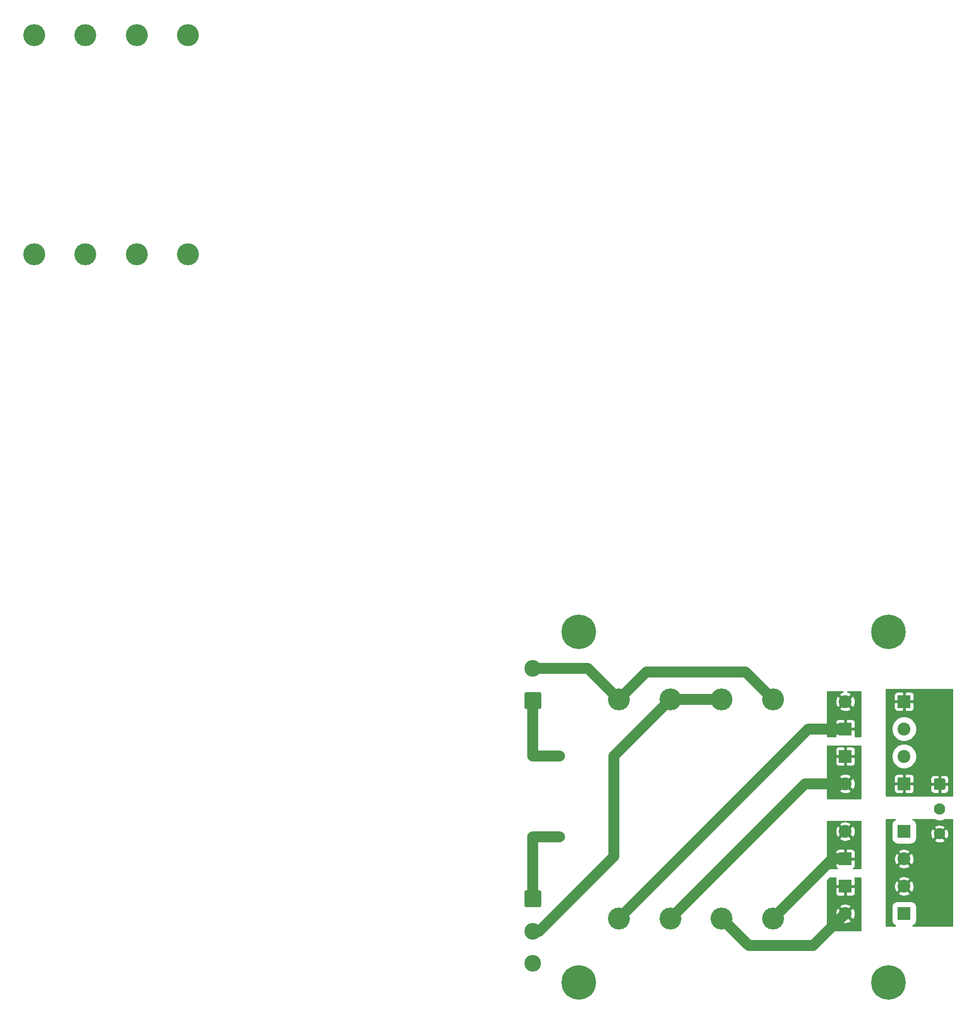
<source format=gtl>
G04 #@! TF.GenerationSoftware,KiCad,Pcbnew,(5.1.9)-1*
G04 #@! TF.CreationDate,2021-04-04T23:11:42-07:00*
G04 #@! TF.ProjectId,vsps_power,76737073-5f70-46f7-9765-722e6b696361,rev?*
G04 #@! TF.SameCoordinates,Original*
G04 #@! TF.FileFunction,Copper,L1,Top*
G04 #@! TF.FilePolarity,Positive*
%FSLAX46Y46*%
G04 Gerber Fmt 4.6, Leading zero omitted, Abs format (unit mm)*
G04 Created by KiCad (PCBNEW (5.1.9)-1) date 2021-04-04 23:11:42*
%MOMM*%
%LPD*%
G01*
G04 APERTURE LIST*
G04 #@! TA.AperFunction,ComponentPad*
%ADD10C,4.064000*%
G04 #@! TD*
G04 #@! TA.AperFunction,ComponentPad*
%ADD11C,6.400000*%
G04 #@! TD*
G04 #@! TA.AperFunction,ComponentPad*
%ADD12C,3.100000*%
G04 #@! TD*
G04 #@! TA.AperFunction,ComponentPad*
%ADD13C,2.100000*%
G04 #@! TD*
G04 #@! TA.AperFunction,ComponentPad*
%ADD14C,2.400000*%
G04 #@! TD*
G04 #@! TA.AperFunction,ComponentPad*
%ADD15R,2.400000X2.400000*%
G04 #@! TD*
G04 #@! TA.AperFunction,ComponentPad*
%ADD16C,2.000000*%
G04 #@! TD*
G04 #@! TA.AperFunction,Conductor*
%ADD17C,2.000000*%
G04 #@! TD*
G04 #@! TA.AperFunction,Conductor*
%ADD18C,0.254000*%
G04 #@! TD*
G04 #@! TA.AperFunction,Conductor*
%ADD19C,0.100000*%
G04 #@! TD*
G04 APERTURE END LIST*
D10*
X108575000Y-123140000D03*
X99050000Y-123140000D03*
X89525000Y-123140000D03*
X80000000Y-123140000D03*
X108575000Y-82500000D03*
X99050000Y-82500000D03*
X89525000Y-82500000D03*
X80000000Y-82500000D03*
X0Y0D03*
X-9525000Y0D03*
X-19050000Y0D03*
X-28575000Y0D03*
X0Y40640000D03*
X-9525000Y40640000D03*
X-19050000Y40640000D03*
X-28575000Y40640000D03*
D11*
X130000000Y-135000000D03*
X130000000Y-70000000D03*
X72500000Y-135000000D03*
X72500000Y-70000000D03*
G04 #@! TA.AperFunction,ComponentPad*
G36*
G01*
X62699999Y-117950000D02*
X65300001Y-117950000D01*
G75*
G02*
X65550000Y-118199999I0J-249999D01*
G01*
X65550000Y-120800001D01*
G75*
G02*
X65300001Y-121050000I-249999J0D01*
G01*
X62699999Y-121050000D01*
G75*
G02*
X62450000Y-120800001I0J249999D01*
G01*
X62450000Y-118199999D01*
G75*
G02*
X62699999Y-117950000I249999J0D01*
G01*
G37*
G04 #@! TD.AperFunction*
D12*
X64000000Y-125500000D03*
X64000000Y-131500000D03*
D13*
X139500000Y-107450000D03*
X139500000Y-102850000D03*
G04 #@! TA.AperFunction,ComponentPad*
G36*
G01*
X138699999Y-97200000D02*
X140300001Y-97200000D01*
G75*
G02*
X140550000Y-97449999I0J-249999D01*
G01*
X140550000Y-99050001D01*
G75*
G02*
X140300001Y-99300000I-249999J0D01*
G01*
X138699999Y-99300000D01*
G75*
G02*
X138450000Y-99050001I0J249999D01*
G01*
X138450000Y-97449999D01*
G75*
G02*
X138699999Y-97200000I249999J0D01*
G01*
G37*
G04 #@! TD.AperFunction*
D14*
X122000000Y-122240000D03*
D15*
X132900000Y-122240000D03*
X122000000Y-117160000D03*
D14*
X132900000Y-117160000D03*
X132900000Y-112080000D03*
D15*
X122000000Y-112080000D03*
D14*
X122000000Y-107000000D03*
D15*
X132900000Y-107000000D03*
D14*
X122000000Y-98160000D03*
D15*
X132900000Y-98160000D03*
X122000000Y-93080000D03*
D14*
X132900000Y-93080000D03*
X132900000Y-88000000D03*
D15*
X122000000Y-88000000D03*
D14*
X122000000Y-82920000D03*
D15*
X132900000Y-82920000D03*
D16*
X69000000Y-93000000D03*
X64000000Y-93000000D03*
X64000000Y-108000000D03*
X69000000Y-108000000D03*
G04 #@! TA.AperFunction,ComponentPad*
G36*
G01*
X65300001Y-84300000D02*
X62699999Y-84300000D01*
G75*
G02*
X62450000Y-84050001I0J249999D01*
G01*
X62450000Y-81449999D01*
G75*
G02*
X62699999Y-81200000I249999J0D01*
G01*
X65300001Y-81200000D01*
G75*
G02*
X65550000Y-81449999I0J-249999D01*
G01*
X65550000Y-84050001D01*
G75*
G02*
X65300001Y-84300000I-249999J0D01*
G01*
G37*
G04 #@! TD.AperFunction*
D12*
X64000000Y-76750000D03*
D17*
X64000000Y-93000000D02*
X69000000Y-93000000D01*
X64000000Y-82750000D02*
X64000000Y-93000000D01*
X64000000Y-119500000D02*
X64000000Y-108000000D01*
X64000000Y-108000000D02*
X69000000Y-108000000D01*
X89525000Y-82500000D02*
X79025000Y-93000000D01*
X65196210Y-125500000D02*
X64000000Y-125500000D01*
X79025000Y-111671210D02*
X65196210Y-125500000D01*
X79025000Y-93000000D02*
X79025000Y-111671210D01*
X89525000Y-82500000D02*
X99050000Y-82500000D01*
X74250000Y-76750000D02*
X80000000Y-82500000D01*
X64000000Y-76750000D02*
X74250000Y-76750000D01*
X103542999Y-77467999D02*
X108575000Y-82500000D01*
X85032001Y-77467999D02*
X103542999Y-77467999D01*
X80000000Y-82500000D02*
X85032001Y-77467999D01*
X114505000Y-98160000D02*
X89525000Y-123140000D01*
X122000000Y-98160000D02*
X114505000Y-98160000D01*
X115140000Y-88000000D02*
X80000000Y-123140000D01*
X122000000Y-88000000D02*
X115140000Y-88000000D01*
X121100000Y-123140000D02*
X122000000Y-122240000D01*
X116067999Y-128172001D02*
X122000000Y-122240000D01*
X104082001Y-128172001D02*
X116067999Y-128172001D01*
X99050000Y-123140000D02*
X104082001Y-128172001D01*
X119635000Y-112080000D02*
X122000000Y-112080000D01*
X108575000Y-123140000D02*
X119635000Y-112080000D01*
D18*
X120210498Y-115715820D02*
X120174188Y-115835518D01*
X120161928Y-115960000D01*
X120165000Y-116874250D01*
X120323750Y-117033000D01*
X121873000Y-117033000D01*
X121873000Y-117013000D01*
X122127000Y-117013000D01*
X122127000Y-117033000D01*
X123676250Y-117033000D01*
X123835000Y-116874250D01*
X123838072Y-115960000D01*
X123825812Y-115835518D01*
X123789502Y-115715820D01*
X123742026Y-115627000D01*
X124873000Y-115627000D01*
X124873000Y-125373000D01*
X118627000Y-125373000D01*
X118627000Y-123517980D01*
X120901626Y-123517980D01*
X121021514Y-123802836D01*
X121345210Y-123963699D01*
X121694069Y-124058322D01*
X122054684Y-124083067D01*
X122413198Y-124036985D01*
X122755833Y-123921846D01*
X122978486Y-123802836D01*
X123098374Y-123517980D01*
X122000000Y-122419605D01*
X120901626Y-123517980D01*
X118627000Y-123517980D01*
X118627000Y-122294684D01*
X120156933Y-122294684D01*
X120203015Y-122653198D01*
X120318154Y-122995833D01*
X120437164Y-123218486D01*
X120722020Y-123338374D01*
X121820395Y-122240000D01*
X122179605Y-122240000D01*
X123277980Y-123338374D01*
X123562836Y-123218486D01*
X123723699Y-122894790D01*
X123818322Y-122545931D01*
X123843067Y-122185316D01*
X123796985Y-121826802D01*
X123681846Y-121484167D01*
X123562836Y-121261514D01*
X123277980Y-121141626D01*
X122179605Y-122240000D01*
X121820395Y-122240000D01*
X120722020Y-121141626D01*
X120437164Y-121261514D01*
X120276301Y-121585210D01*
X120181678Y-121934069D01*
X120156933Y-122294684D01*
X118627000Y-122294684D01*
X118627000Y-120962020D01*
X120901626Y-120962020D01*
X122000000Y-122060395D01*
X123098374Y-120962020D01*
X122978486Y-120677164D01*
X122654790Y-120516301D01*
X122305931Y-120421678D01*
X121945316Y-120396933D01*
X121586802Y-120443015D01*
X121244167Y-120558154D01*
X121021514Y-120677164D01*
X120901626Y-120962020D01*
X118627000Y-120962020D01*
X118627000Y-118360000D01*
X120161928Y-118360000D01*
X120174188Y-118484482D01*
X120210498Y-118604180D01*
X120269463Y-118714494D01*
X120348815Y-118811185D01*
X120445506Y-118890537D01*
X120555820Y-118949502D01*
X120675518Y-118985812D01*
X120800000Y-118998072D01*
X121714250Y-118995000D01*
X121873000Y-118836250D01*
X121873000Y-117287000D01*
X122127000Y-117287000D01*
X122127000Y-118836250D01*
X122285750Y-118995000D01*
X123200000Y-118998072D01*
X123324482Y-118985812D01*
X123444180Y-118949502D01*
X123554494Y-118890537D01*
X123651185Y-118811185D01*
X123730537Y-118714494D01*
X123789502Y-118604180D01*
X123825812Y-118484482D01*
X123838072Y-118360000D01*
X123835000Y-117445750D01*
X123676250Y-117287000D01*
X122127000Y-117287000D01*
X121873000Y-117287000D01*
X120323750Y-117287000D01*
X120165000Y-117445750D01*
X120161928Y-118360000D01*
X118627000Y-118360000D01*
X118627000Y-116096032D01*
X119096032Y-115627000D01*
X120257974Y-115627000D01*
X120210498Y-115715820D01*
G04 #@! TA.AperFunction,Conductor*
D19*
G36*
X120210498Y-115715820D02*
G01*
X120174188Y-115835518D01*
X120161928Y-115960000D01*
X120165000Y-116874250D01*
X120323750Y-117033000D01*
X121873000Y-117033000D01*
X121873000Y-117013000D01*
X122127000Y-117013000D01*
X122127000Y-117033000D01*
X123676250Y-117033000D01*
X123835000Y-116874250D01*
X123838072Y-115960000D01*
X123825812Y-115835518D01*
X123789502Y-115715820D01*
X123742026Y-115627000D01*
X124873000Y-115627000D01*
X124873000Y-125373000D01*
X118627000Y-125373000D01*
X118627000Y-123517980D01*
X120901626Y-123517980D01*
X121021514Y-123802836D01*
X121345210Y-123963699D01*
X121694069Y-124058322D01*
X122054684Y-124083067D01*
X122413198Y-124036985D01*
X122755833Y-123921846D01*
X122978486Y-123802836D01*
X123098374Y-123517980D01*
X122000000Y-122419605D01*
X120901626Y-123517980D01*
X118627000Y-123517980D01*
X118627000Y-122294684D01*
X120156933Y-122294684D01*
X120203015Y-122653198D01*
X120318154Y-122995833D01*
X120437164Y-123218486D01*
X120722020Y-123338374D01*
X121820395Y-122240000D01*
X122179605Y-122240000D01*
X123277980Y-123338374D01*
X123562836Y-123218486D01*
X123723699Y-122894790D01*
X123818322Y-122545931D01*
X123843067Y-122185316D01*
X123796985Y-121826802D01*
X123681846Y-121484167D01*
X123562836Y-121261514D01*
X123277980Y-121141626D01*
X122179605Y-122240000D01*
X121820395Y-122240000D01*
X120722020Y-121141626D01*
X120437164Y-121261514D01*
X120276301Y-121585210D01*
X120181678Y-121934069D01*
X120156933Y-122294684D01*
X118627000Y-122294684D01*
X118627000Y-120962020D01*
X120901626Y-120962020D01*
X122000000Y-122060395D01*
X123098374Y-120962020D01*
X122978486Y-120677164D01*
X122654790Y-120516301D01*
X122305931Y-120421678D01*
X121945316Y-120396933D01*
X121586802Y-120443015D01*
X121244167Y-120558154D01*
X121021514Y-120677164D01*
X120901626Y-120962020D01*
X118627000Y-120962020D01*
X118627000Y-118360000D01*
X120161928Y-118360000D01*
X120174188Y-118484482D01*
X120210498Y-118604180D01*
X120269463Y-118714494D01*
X120348815Y-118811185D01*
X120445506Y-118890537D01*
X120555820Y-118949502D01*
X120675518Y-118985812D01*
X120800000Y-118998072D01*
X121714250Y-118995000D01*
X121873000Y-118836250D01*
X121873000Y-117287000D01*
X122127000Y-117287000D01*
X122127000Y-118836250D01*
X122285750Y-118995000D01*
X123200000Y-118998072D01*
X123324482Y-118985812D01*
X123444180Y-118949502D01*
X123554494Y-118890537D01*
X123651185Y-118811185D01*
X123730537Y-118714494D01*
X123789502Y-118604180D01*
X123825812Y-118484482D01*
X123838072Y-118360000D01*
X123835000Y-117445750D01*
X123676250Y-117287000D01*
X122127000Y-117287000D01*
X121873000Y-117287000D01*
X120323750Y-117287000D01*
X120165000Y-117445750D01*
X120161928Y-118360000D01*
X118627000Y-118360000D01*
X118627000Y-116096032D01*
X119096032Y-115627000D01*
X120257974Y-115627000D01*
X120210498Y-115715820D01*
G37*
G04 #@! TD.AperFunction*
D18*
X141840000Y-100373000D02*
X129627000Y-100373000D01*
X129627000Y-99360000D01*
X131061928Y-99360000D01*
X131074188Y-99484482D01*
X131110498Y-99604180D01*
X131169463Y-99714494D01*
X131248815Y-99811185D01*
X131345506Y-99890537D01*
X131455820Y-99949502D01*
X131575518Y-99985812D01*
X131700000Y-99998072D01*
X132614250Y-99995000D01*
X132773000Y-99836250D01*
X132773000Y-98287000D01*
X133027000Y-98287000D01*
X133027000Y-99836250D01*
X133185750Y-99995000D01*
X134100000Y-99998072D01*
X134224482Y-99985812D01*
X134344180Y-99949502D01*
X134454494Y-99890537D01*
X134551185Y-99811185D01*
X134630537Y-99714494D01*
X134689502Y-99604180D01*
X134725812Y-99484482D01*
X134738072Y-99360000D01*
X134737871Y-99300000D01*
X137811928Y-99300000D01*
X137824188Y-99424482D01*
X137860498Y-99544180D01*
X137919463Y-99654494D01*
X137998815Y-99751185D01*
X138095506Y-99830537D01*
X138205820Y-99889502D01*
X138325518Y-99925812D01*
X138450000Y-99938072D01*
X139214250Y-99935000D01*
X139373000Y-99776250D01*
X139373000Y-98377000D01*
X139627000Y-98377000D01*
X139627000Y-99776250D01*
X139785750Y-99935000D01*
X140550000Y-99938072D01*
X140674482Y-99925812D01*
X140794180Y-99889502D01*
X140904494Y-99830537D01*
X141001185Y-99751185D01*
X141080537Y-99654494D01*
X141139502Y-99544180D01*
X141175812Y-99424482D01*
X141188072Y-99300000D01*
X141185000Y-98535750D01*
X141026250Y-98377000D01*
X139627000Y-98377000D01*
X139373000Y-98377000D01*
X137973750Y-98377000D01*
X137815000Y-98535750D01*
X137811928Y-99300000D01*
X134737871Y-99300000D01*
X134735000Y-98445750D01*
X134576250Y-98287000D01*
X133027000Y-98287000D01*
X132773000Y-98287000D01*
X131223750Y-98287000D01*
X131065000Y-98445750D01*
X131061928Y-99360000D01*
X129627000Y-99360000D01*
X129627000Y-96960000D01*
X131061928Y-96960000D01*
X131065000Y-97874250D01*
X131223750Y-98033000D01*
X132773000Y-98033000D01*
X132773000Y-96483750D01*
X133027000Y-96483750D01*
X133027000Y-98033000D01*
X134576250Y-98033000D01*
X134735000Y-97874250D01*
X134737265Y-97200000D01*
X137811928Y-97200000D01*
X137815000Y-97964250D01*
X137973750Y-98123000D01*
X139373000Y-98123000D01*
X139373000Y-96723750D01*
X139627000Y-96723750D01*
X139627000Y-98123000D01*
X141026250Y-98123000D01*
X141185000Y-97964250D01*
X141188072Y-97200000D01*
X141175812Y-97075518D01*
X141139502Y-96955820D01*
X141080537Y-96845506D01*
X141001185Y-96748815D01*
X140904494Y-96669463D01*
X140794180Y-96610498D01*
X140674482Y-96574188D01*
X140550000Y-96561928D01*
X139785750Y-96565000D01*
X139627000Y-96723750D01*
X139373000Y-96723750D01*
X139214250Y-96565000D01*
X138450000Y-96561928D01*
X138325518Y-96574188D01*
X138205820Y-96610498D01*
X138095506Y-96669463D01*
X137998815Y-96748815D01*
X137919463Y-96845506D01*
X137860498Y-96955820D01*
X137824188Y-97075518D01*
X137811928Y-97200000D01*
X134737265Y-97200000D01*
X134738072Y-96960000D01*
X134725812Y-96835518D01*
X134689502Y-96715820D01*
X134630537Y-96605506D01*
X134551185Y-96508815D01*
X134454494Y-96429463D01*
X134344180Y-96370498D01*
X134224482Y-96334188D01*
X134100000Y-96321928D01*
X133185750Y-96325000D01*
X133027000Y-96483750D01*
X132773000Y-96483750D01*
X132614250Y-96325000D01*
X131700000Y-96321928D01*
X131575518Y-96334188D01*
X131455820Y-96370498D01*
X131345506Y-96429463D01*
X131248815Y-96508815D01*
X131169463Y-96605506D01*
X131110498Y-96715820D01*
X131074188Y-96835518D01*
X131061928Y-96960000D01*
X129627000Y-96960000D01*
X129627000Y-92850811D01*
X130573000Y-92850811D01*
X130573000Y-93309189D01*
X130662426Y-93758761D01*
X130837840Y-94182248D01*
X131092501Y-94563376D01*
X131416624Y-94887499D01*
X131797752Y-95142160D01*
X132221239Y-95317574D01*
X132670811Y-95407000D01*
X133129189Y-95407000D01*
X133578761Y-95317574D01*
X134002248Y-95142160D01*
X134383376Y-94887499D01*
X134707499Y-94563376D01*
X134962160Y-94182248D01*
X135137574Y-93758761D01*
X135227000Y-93309189D01*
X135227000Y-92850811D01*
X135137574Y-92401239D01*
X134962160Y-91977752D01*
X134707499Y-91596624D01*
X134383376Y-91272501D01*
X134002248Y-91017840D01*
X133578761Y-90842426D01*
X133129189Y-90753000D01*
X132670811Y-90753000D01*
X132221239Y-90842426D01*
X131797752Y-91017840D01*
X131416624Y-91272501D01*
X131092501Y-91596624D01*
X130837840Y-91977752D01*
X130662426Y-92401239D01*
X130573000Y-92850811D01*
X129627000Y-92850811D01*
X129627000Y-87770811D01*
X130573000Y-87770811D01*
X130573000Y-88229189D01*
X130662426Y-88678761D01*
X130837840Y-89102248D01*
X131092501Y-89483376D01*
X131416624Y-89807499D01*
X131797752Y-90062160D01*
X132221239Y-90237574D01*
X132670811Y-90327000D01*
X133129189Y-90327000D01*
X133578761Y-90237574D01*
X134002248Y-90062160D01*
X134383376Y-89807499D01*
X134707499Y-89483376D01*
X134962160Y-89102248D01*
X135137574Y-88678761D01*
X135227000Y-88229189D01*
X135227000Y-87770811D01*
X135137574Y-87321239D01*
X134962160Y-86897752D01*
X134707499Y-86516624D01*
X134383376Y-86192501D01*
X134002248Y-85937840D01*
X133578761Y-85762426D01*
X133129189Y-85673000D01*
X132670811Y-85673000D01*
X132221239Y-85762426D01*
X131797752Y-85937840D01*
X131416624Y-86192501D01*
X131092501Y-86516624D01*
X130837840Y-86897752D01*
X130662426Y-87321239D01*
X130573000Y-87770811D01*
X129627000Y-87770811D01*
X129627000Y-84120000D01*
X131061928Y-84120000D01*
X131074188Y-84244482D01*
X131110498Y-84364180D01*
X131169463Y-84474494D01*
X131248815Y-84571185D01*
X131345506Y-84650537D01*
X131455820Y-84709502D01*
X131575518Y-84745812D01*
X131700000Y-84758072D01*
X132614250Y-84755000D01*
X132773000Y-84596250D01*
X132773000Y-83047000D01*
X133027000Y-83047000D01*
X133027000Y-84596250D01*
X133185750Y-84755000D01*
X134100000Y-84758072D01*
X134224482Y-84745812D01*
X134344180Y-84709502D01*
X134454494Y-84650537D01*
X134551185Y-84571185D01*
X134630537Y-84474494D01*
X134689502Y-84364180D01*
X134725812Y-84244482D01*
X134738072Y-84120000D01*
X134735000Y-83205750D01*
X134576250Y-83047000D01*
X133027000Y-83047000D01*
X132773000Y-83047000D01*
X131223750Y-83047000D01*
X131065000Y-83205750D01*
X131061928Y-84120000D01*
X129627000Y-84120000D01*
X129627000Y-81720000D01*
X131061928Y-81720000D01*
X131065000Y-82634250D01*
X131223750Y-82793000D01*
X132773000Y-82793000D01*
X132773000Y-81243750D01*
X133027000Y-81243750D01*
X133027000Y-82793000D01*
X134576250Y-82793000D01*
X134735000Y-82634250D01*
X134738072Y-81720000D01*
X134725812Y-81595518D01*
X134689502Y-81475820D01*
X134630537Y-81365506D01*
X134551185Y-81268815D01*
X134454494Y-81189463D01*
X134344180Y-81130498D01*
X134224482Y-81094188D01*
X134100000Y-81081928D01*
X133185750Y-81085000D01*
X133027000Y-81243750D01*
X132773000Y-81243750D01*
X132614250Y-81085000D01*
X131700000Y-81081928D01*
X131575518Y-81094188D01*
X131455820Y-81130498D01*
X131345506Y-81189463D01*
X131248815Y-81268815D01*
X131169463Y-81365506D01*
X131110498Y-81475820D01*
X131074188Y-81595518D01*
X131061928Y-81720000D01*
X129627000Y-81720000D01*
X129627000Y-80627000D01*
X141840000Y-80627000D01*
X141840000Y-100373000D01*
G04 #@! TA.AperFunction,Conductor*
D19*
G36*
X141840000Y-100373000D02*
G01*
X129627000Y-100373000D01*
X129627000Y-99360000D01*
X131061928Y-99360000D01*
X131074188Y-99484482D01*
X131110498Y-99604180D01*
X131169463Y-99714494D01*
X131248815Y-99811185D01*
X131345506Y-99890537D01*
X131455820Y-99949502D01*
X131575518Y-99985812D01*
X131700000Y-99998072D01*
X132614250Y-99995000D01*
X132773000Y-99836250D01*
X132773000Y-98287000D01*
X133027000Y-98287000D01*
X133027000Y-99836250D01*
X133185750Y-99995000D01*
X134100000Y-99998072D01*
X134224482Y-99985812D01*
X134344180Y-99949502D01*
X134454494Y-99890537D01*
X134551185Y-99811185D01*
X134630537Y-99714494D01*
X134689502Y-99604180D01*
X134725812Y-99484482D01*
X134738072Y-99360000D01*
X134737871Y-99300000D01*
X137811928Y-99300000D01*
X137824188Y-99424482D01*
X137860498Y-99544180D01*
X137919463Y-99654494D01*
X137998815Y-99751185D01*
X138095506Y-99830537D01*
X138205820Y-99889502D01*
X138325518Y-99925812D01*
X138450000Y-99938072D01*
X139214250Y-99935000D01*
X139373000Y-99776250D01*
X139373000Y-98377000D01*
X139627000Y-98377000D01*
X139627000Y-99776250D01*
X139785750Y-99935000D01*
X140550000Y-99938072D01*
X140674482Y-99925812D01*
X140794180Y-99889502D01*
X140904494Y-99830537D01*
X141001185Y-99751185D01*
X141080537Y-99654494D01*
X141139502Y-99544180D01*
X141175812Y-99424482D01*
X141188072Y-99300000D01*
X141185000Y-98535750D01*
X141026250Y-98377000D01*
X139627000Y-98377000D01*
X139373000Y-98377000D01*
X137973750Y-98377000D01*
X137815000Y-98535750D01*
X137811928Y-99300000D01*
X134737871Y-99300000D01*
X134735000Y-98445750D01*
X134576250Y-98287000D01*
X133027000Y-98287000D01*
X132773000Y-98287000D01*
X131223750Y-98287000D01*
X131065000Y-98445750D01*
X131061928Y-99360000D01*
X129627000Y-99360000D01*
X129627000Y-96960000D01*
X131061928Y-96960000D01*
X131065000Y-97874250D01*
X131223750Y-98033000D01*
X132773000Y-98033000D01*
X132773000Y-96483750D01*
X133027000Y-96483750D01*
X133027000Y-98033000D01*
X134576250Y-98033000D01*
X134735000Y-97874250D01*
X134737265Y-97200000D01*
X137811928Y-97200000D01*
X137815000Y-97964250D01*
X137973750Y-98123000D01*
X139373000Y-98123000D01*
X139373000Y-96723750D01*
X139627000Y-96723750D01*
X139627000Y-98123000D01*
X141026250Y-98123000D01*
X141185000Y-97964250D01*
X141188072Y-97200000D01*
X141175812Y-97075518D01*
X141139502Y-96955820D01*
X141080537Y-96845506D01*
X141001185Y-96748815D01*
X140904494Y-96669463D01*
X140794180Y-96610498D01*
X140674482Y-96574188D01*
X140550000Y-96561928D01*
X139785750Y-96565000D01*
X139627000Y-96723750D01*
X139373000Y-96723750D01*
X139214250Y-96565000D01*
X138450000Y-96561928D01*
X138325518Y-96574188D01*
X138205820Y-96610498D01*
X138095506Y-96669463D01*
X137998815Y-96748815D01*
X137919463Y-96845506D01*
X137860498Y-96955820D01*
X137824188Y-97075518D01*
X137811928Y-97200000D01*
X134737265Y-97200000D01*
X134738072Y-96960000D01*
X134725812Y-96835518D01*
X134689502Y-96715820D01*
X134630537Y-96605506D01*
X134551185Y-96508815D01*
X134454494Y-96429463D01*
X134344180Y-96370498D01*
X134224482Y-96334188D01*
X134100000Y-96321928D01*
X133185750Y-96325000D01*
X133027000Y-96483750D01*
X132773000Y-96483750D01*
X132614250Y-96325000D01*
X131700000Y-96321928D01*
X131575518Y-96334188D01*
X131455820Y-96370498D01*
X131345506Y-96429463D01*
X131248815Y-96508815D01*
X131169463Y-96605506D01*
X131110498Y-96715820D01*
X131074188Y-96835518D01*
X131061928Y-96960000D01*
X129627000Y-96960000D01*
X129627000Y-92850811D01*
X130573000Y-92850811D01*
X130573000Y-93309189D01*
X130662426Y-93758761D01*
X130837840Y-94182248D01*
X131092501Y-94563376D01*
X131416624Y-94887499D01*
X131797752Y-95142160D01*
X132221239Y-95317574D01*
X132670811Y-95407000D01*
X133129189Y-95407000D01*
X133578761Y-95317574D01*
X134002248Y-95142160D01*
X134383376Y-94887499D01*
X134707499Y-94563376D01*
X134962160Y-94182248D01*
X135137574Y-93758761D01*
X135227000Y-93309189D01*
X135227000Y-92850811D01*
X135137574Y-92401239D01*
X134962160Y-91977752D01*
X134707499Y-91596624D01*
X134383376Y-91272501D01*
X134002248Y-91017840D01*
X133578761Y-90842426D01*
X133129189Y-90753000D01*
X132670811Y-90753000D01*
X132221239Y-90842426D01*
X131797752Y-91017840D01*
X131416624Y-91272501D01*
X131092501Y-91596624D01*
X130837840Y-91977752D01*
X130662426Y-92401239D01*
X130573000Y-92850811D01*
X129627000Y-92850811D01*
X129627000Y-87770811D01*
X130573000Y-87770811D01*
X130573000Y-88229189D01*
X130662426Y-88678761D01*
X130837840Y-89102248D01*
X131092501Y-89483376D01*
X131416624Y-89807499D01*
X131797752Y-90062160D01*
X132221239Y-90237574D01*
X132670811Y-90327000D01*
X133129189Y-90327000D01*
X133578761Y-90237574D01*
X134002248Y-90062160D01*
X134383376Y-89807499D01*
X134707499Y-89483376D01*
X134962160Y-89102248D01*
X135137574Y-88678761D01*
X135227000Y-88229189D01*
X135227000Y-87770811D01*
X135137574Y-87321239D01*
X134962160Y-86897752D01*
X134707499Y-86516624D01*
X134383376Y-86192501D01*
X134002248Y-85937840D01*
X133578761Y-85762426D01*
X133129189Y-85673000D01*
X132670811Y-85673000D01*
X132221239Y-85762426D01*
X131797752Y-85937840D01*
X131416624Y-86192501D01*
X131092501Y-86516624D01*
X130837840Y-86897752D01*
X130662426Y-87321239D01*
X130573000Y-87770811D01*
X129627000Y-87770811D01*
X129627000Y-84120000D01*
X131061928Y-84120000D01*
X131074188Y-84244482D01*
X131110498Y-84364180D01*
X131169463Y-84474494D01*
X131248815Y-84571185D01*
X131345506Y-84650537D01*
X131455820Y-84709502D01*
X131575518Y-84745812D01*
X131700000Y-84758072D01*
X132614250Y-84755000D01*
X132773000Y-84596250D01*
X132773000Y-83047000D01*
X133027000Y-83047000D01*
X133027000Y-84596250D01*
X133185750Y-84755000D01*
X134100000Y-84758072D01*
X134224482Y-84745812D01*
X134344180Y-84709502D01*
X134454494Y-84650537D01*
X134551185Y-84571185D01*
X134630537Y-84474494D01*
X134689502Y-84364180D01*
X134725812Y-84244482D01*
X134738072Y-84120000D01*
X134735000Y-83205750D01*
X134576250Y-83047000D01*
X133027000Y-83047000D01*
X132773000Y-83047000D01*
X131223750Y-83047000D01*
X131065000Y-83205750D01*
X131061928Y-84120000D01*
X129627000Y-84120000D01*
X129627000Y-81720000D01*
X131061928Y-81720000D01*
X131065000Y-82634250D01*
X131223750Y-82793000D01*
X132773000Y-82793000D01*
X132773000Y-81243750D01*
X133027000Y-81243750D01*
X133027000Y-82793000D01*
X134576250Y-82793000D01*
X134735000Y-82634250D01*
X134738072Y-81720000D01*
X134725812Y-81595518D01*
X134689502Y-81475820D01*
X134630537Y-81365506D01*
X134551185Y-81268815D01*
X134454494Y-81189463D01*
X134344180Y-81130498D01*
X134224482Y-81094188D01*
X134100000Y-81081928D01*
X133185750Y-81085000D01*
X133027000Y-81243750D01*
X132773000Y-81243750D01*
X132614250Y-81085000D01*
X131700000Y-81081928D01*
X131575518Y-81094188D01*
X131455820Y-81130498D01*
X131345506Y-81189463D01*
X131248815Y-81268815D01*
X131169463Y-81365506D01*
X131110498Y-81475820D01*
X131074188Y-81595518D01*
X131061928Y-81720000D01*
X129627000Y-81720000D01*
X129627000Y-80627000D01*
X141840000Y-80627000D01*
X141840000Y-100373000D01*
G37*
G04 #@! TD.AperFunction*
D18*
X124873000Y-113873000D02*
X123432649Y-113873000D01*
X123444180Y-113869502D01*
X123554494Y-113810537D01*
X123651185Y-113731185D01*
X123730537Y-113634494D01*
X123789502Y-113524180D01*
X123825812Y-113404482D01*
X123838072Y-113280000D01*
X123835000Y-112365750D01*
X123676250Y-112207000D01*
X122127000Y-112207000D01*
X122127000Y-112227000D01*
X121873000Y-112227000D01*
X121873000Y-112207000D01*
X120323750Y-112207000D01*
X120165000Y-112365750D01*
X120161928Y-113280000D01*
X120174188Y-113404482D01*
X120210498Y-113524180D01*
X120269463Y-113634494D01*
X120348815Y-113731185D01*
X120445506Y-113810537D01*
X120555820Y-113869502D01*
X120567351Y-113873000D01*
X118627000Y-113873000D01*
X118627000Y-110880000D01*
X120161928Y-110880000D01*
X120165000Y-111794250D01*
X120323750Y-111953000D01*
X121873000Y-111953000D01*
X121873000Y-110403750D01*
X122127000Y-110403750D01*
X122127000Y-111953000D01*
X123676250Y-111953000D01*
X123835000Y-111794250D01*
X123838072Y-110880000D01*
X123825812Y-110755518D01*
X123789502Y-110635820D01*
X123730537Y-110525506D01*
X123651185Y-110428815D01*
X123554494Y-110349463D01*
X123444180Y-110290498D01*
X123324482Y-110254188D01*
X123200000Y-110241928D01*
X122285750Y-110245000D01*
X122127000Y-110403750D01*
X121873000Y-110403750D01*
X121714250Y-110245000D01*
X120800000Y-110241928D01*
X120675518Y-110254188D01*
X120555820Y-110290498D01*
X120445506Y-110349463D01*
X120348815Y-110428815D01*
X120269463Y-110525506D01*
X120210498Y-110635820D01*
X120174188Y-110755518D01*
X120161928Y-110880000D01*
X118627000Y-110880000D01*
X118627000Y-108277980D01*
X120901626Y-108277980D01*
X121021514Y-108562836D01*
X121345210Y-108723699D01*
X121694069Y-108818322D01*
X122054684Y-108843067D01*
X122413198Y-108796985D01*
X122755833Y-108681846D01*
X122978486Y-108562836D01*
X123098374Y-108277980D01*
X122000000Y-107179605D01*
X120901626Y-108277980D01*
X118627000Y-108277980D01*
X118627000Y-107054684D01*
X120156933Y-107054684D01*
X120203015Y-107413198D01*
X120318154Y-107755833D01*
X120437164Y-107978486D01*
X120722020Y-108098374D01*
X121820395Y-107000000D01*
X122179605Y-107000000D01*
X123277980Y-108098374D01*
X123562836Y-107978486D01*
X123723699Y-107654790D01*
X123818322Y-107305931D01*
X123843067Y-106945316D01*
X123796985Y-106586802D01*
X123681846Y-106244167D01*
X123562836Y-106021514D01*
X123277980Y-105901626D01*
X122179605Y-107000000D01*
X121820395Y-107000000D01*
X120722020Y-105901626D01*
X120437164Y-106021514D01*
X120276301Y-106345210D01*
X120181678Y-106694069D01*
X120156933Y-107054684D01*
X118627000Y-107054684D01*
X118627000Y-105722020D01*
X120901626Y-105722020D01*
X122000000Y-106820395D01*
X123098374Y-105722020D01*
X122978486Y-105437164D01*
X122654790Y-105276301D01*
X122305931Y-105181678D01*
X121945316Y-105156933D01*
X121586802Y-105203015D01*
X121244167Y-105318154D01*
X121021514Y-105437164D01*
X120901626Y-105722020D01*
X118627000Y-105722020D01*
X118627000Y-105127000D01*
X124873000Y-105127000D01*
X124873000Y-113873000D01*
G04 #@! TA.AperFunction,Conductor*
D19*
G36*
X124873000Y-113873000D02*
G01*
X123432649Y-113873000D01*
X123444180Y-113869502D01*
X123554494Y-113810537D01*
X123651185Y-113731185D01*
X123730537Y-113634494D01*
X123789502Y-113524180D01*
X123825812Y-113404482D01*
X123838072Y-113280000D01*
X123835000Y-112365750D01*
X123676250Y-112207000D01*
X122127000Y-112207000D01*
X122127000Y-112227000D01*
X121873000Y-112227000D01*
X121873000Y-112207000D01*
X120323750Y-112207000D01*
X120165000Y-112365750D01*
X120161928Y-113280000D01*
X120174188Y-113404482D01*
X120210498Y-113524180D01*
X120269463Y-113634494D01*
X120348815Y-113731185D01*
X120445506Y-113810537D01*
X120555820Y-113869502D01*
X120567351Y-113873000D01*
X118627000Y-113873000D01*
X118627000Y-110880000D01*
X120161928Y-110880000D01*
X120165000Y-111794250D01*
X120323750Y-111953000D01*
X121873000Y-111953000D01*
X121873000Y-110403750D01*
X122127000Y-110403750D01*
X122127000Y-111953000D01*
X123676250Y-111953000D01*
X123835000Y-111794250D01*
X123838072Y-110880000D01*
X123825812Y-110755518D01*
X123789502Y-110635820D01*
X123730537Y-110525506D01*
X123651185Y-110428815D01*
X123554494Y-110349463D01*
X123444180Y-110290498D01*
X123324482Y-110254188D01*
X123200000Y-110241928D01*
X122285750Y-110245000D01*
X122127000Y-110403750D01*
X121873000Y-110403750D01*
X121714250Y-110245000D01*
X120800000Y-110241928D01*
X120675518Y-110254188D01*
X120555820Y-110290498D01*
X120445506Y-110349463D01*
X120348815Y-110428815D01*
X120269463Y-110525506D01*
X120210498Y-110635820D01*
X120174188Y-110755518D01*
X120161928Y-110880000D01*
X118627000Y-110880000D01*
X118627000Y-108277980D01*
X120901626Y-108277980D01*
X121021514Y-108562836D01*
X121345210Y-108723699D01*
X121694069Y-108818322D01*
X122054684Y-108843067D01*
X122413198Y-108796985D01*
X122755833Y-108681846D01*
X122978486Y-108562836D01*
X123098374Y-108277980D01*
X122000000Y-107179605D01*
X120901626Y-108277980D01*
X118627000Y-108277980D01*
X118627000Y-107054684D01*
X120156933Y-107054684D01*
X120203015Y-107413198D01*
X120318154Y-107755833D01*
X120437164Y-107978486D01*
X120722020Y-108098374D01*
X121820395Y-107000000D01*
X122179605Y-107000000D01*
X123277980Y-108098374D01*
X123562836Y-107978486D01*
X123723699Y-107654790D01*
X123818322Y-107305931D01*
X123843067Y-106945316D01*
X123796985Y-106586802D01*
X123681846Y-106244167D01*
X123562836Y-106021514D01*
X123277980Y-105901626D01*
X122179605Y-107000000D01*
X121820395Y-107000000D01*
X120722020Y-105901626D01*
X120437164Y-106021514D01*
X120276301Y-106345210D01*
X120181678Y-106694069D01*
X120156933Y-107054684D01*
X118627000Y-107054684D01*
X118627000Y-105722020D01*
X120901626Y-105722020D01*
X122000000Y-106820395D01*
X123098374Y-105722020D01*
X122978486Y-105437164D01*
X122654790Y-105276301D01*
X122305931Y-105181678D01*
X121945316Y-105156933D01*
X121586802Y-105203015D01*
X121244167Y-105318154D01*
X121021514Y-105437164D01*
X120901626Y-105722020D01*
X118627000Y-105722020D01*
X118627000Y-105127000D01*
X124873000Y-105127000D01*
X124873000Y-113873000D01*
G37*
G04 #@! TD.AperFunction*
D18*
X124873000Y-100873000D02*
X118627000Y-100873000D01*
X118627000Y-99437980D01*
X120901626Y-99437980D01*
X121021514Y-99722836D01*
X121345210Y-99883699D01*
X121694069Y-99978322D01*
X122054684Y-100003067D01*
X122413198Y-99956985D01*
X122755833Y-99841846D01*
X122978486Y-99722836D01*
X123098374Y-99437980D01*
X122000000Y-98339605D01*
X120901626Y-99437980D01*
X118627000Y-99437980D01*
X118627000Y-98214684D01*
X120156933Y-98214684D01*
X120203015Y-98573198D01*
X120318154Y-98915833D01*
X120437164Y-99138486D01*
X120722020Y-99258374D01*
X121820395Y-98160000D01*
X122179605Y-98160000D01*
X123277980Y-99258374D01*
X123562836Y-99138486D01*
X123723699Y-98814790D01*
X123818322Y-98465931D01*
X123843067Y-98105316D01*
X123796985Y-97746802D01*
X123681846Y-97404167D01*
X123562836Y-97181514D01*
X123277980Y-97061626D01*
X122179605Y-98160000D01*
X121820395Y-98160000D01*
X120722020Y-97061626D01*
X120437164Y-97181514D01*
X120276301Y-97505210D01*
X120181678Y-97854069D01*
X120156933Y-98214684D01*
X118627000Y-98214684D01*
X118627000Y-96882020D01*
X120901626Y-96882020D01*
X122000000Y-97980395D01*
X123098374Y-96882020D01*
X122978486Y-96597164D01*
X122654790Y-96436301D01*
X122305931Y-96341678D01*
X121945316Y-96316933D01*
X121586802Y-96363015D01*
X121244167Y-96478154D01*
X121021514Y-96597164D01*
X120901626Y-96882020D01*
X118627000Y-96882020D01*
X118627000Y-94280000D01*
X120161928Y-94280000D01*
X120174188Y-94404482D01*
X120210498Y-94524180D01*
X120269463Y-94634494D01*
X120348815Y-94731185D01*
X120445506Y-94810537D01*
X120555820Y-94869502D01*
X120675518Y-94905812D01*
X120800000Y-94918072D01*
X121714250Y-94915000D01*
X121873000Y-94756250D01*
X121873000Y-93207000D01*
X122127000Y-93207000D01*
X122127000Y-94756250D01*
X122285750Y-94915000D01*
X123200000Y-94918072D01*
X123324482Y-94905812D01*
X123444180Y-94869502D01*
X123554494Y-94810537D01*
X123651185Y-94731185D01*
X123730537Y-94634494D01*
X123789502Y-94524180D01*
X123825812Y-94404482D01*
X123838072Y-94280000D01*
X123835000Y-93365750D01*
X123676250Y-93207000D01*
X122127000Y-93207000D01*
X121873000Y-93207000D01*
X120323750Y-93207000D01*
X120165000Y-93365750D01*
X120161928Y-94280000D01*
X118627000Y-94280000D01*
X118627000Y-91880000D01*
X120161928Y-91880000D01*
X120165000Y-92794250D01*
X120323750Y-92953000D01*
X121873000Y-92953000D01*
X121873000Y-91403750D01*
X122127000Y-91403750D01*
X122127000Y-92953000D01*
X123676250Y-92953000D01*
X123835000Y-92794250D01*
X123838072Y-91880000D01*
X123825812Y-91755518D01*
X123789502Y-91635820D01*
X123730537Y-91525506D01*
X123651185Y-91428815D01*
X123554494Y-91349463D01*
X123444180Y-91290498D01*
X123324482Y-91254188D01*
X123200000Y-91241928D01*
X122285750Y-91245000D01*
X122127000Y-91403750D01*
X121873000Y-91403750D01*
X121714250Y-91245000D01*
X120800000Y-91241928D01*
X120675518Y-91254188D01*
X120555820Y-91290498D01*
X120445506Y-91349463D01*
X120348815Y-91428815D01*
X120269463Y-91525506D01*
X120210498Y-91635820D01*
X120174188Y-91755518D01*
X120161928Y-91880000D01*
X118627000Y-91880000D01*
X118627000Y-91127000D01*
X124873000Y-91127000D01*
X124873000Y-100873000D01*
G04 #@! TA.AperFunction,Conductor*
D19*
G36*
X124873000Y-100873000D02*
G01*
X118627000Y-100873000D01*
X118627000Y-99437980D01*
X120901626Y-99437980D01*
X121021514Y-99722836D01*
X121345210Y-99883699D01*
X121694069Y-99978322D01*
X122054684Y-100003067D01*
X122413198Y-99956985D01*
X122755833Y-99841846D01*
X122978486Y-99722836D01*
X123098374Y-99437980D01*
X122000000Y-98339605D01*
X120901626Y-99437980D01*
X118627000Y-99437980D01*
X118627000Y-98214684D01*
X120156933Y-98214684D01*
X120203015Y-98573198D01*
X120318154Y-98915833D01*
X120437164Y-99138486D01*
X120722020Y-99258374D01*
X121820395Y-98160000D01*
X122179605Y-98160000D01*
X123277980Y-99258374D01*
X123562836Y-99138486D01*
X123723699Y-98814790D01*
X123818322Y-98465931D01*
X123843067Y-98105316D01*
X123796985Y-97746802D01*
X123681846Y-97404167D01*
X123562836Y-97181514D01*
X123277980Y-97061626D01*
X122179605Y-98160000D01*
X121820395Y-98160000D01*
X120722020Y-97061626D01*
X120437164Y-97181514D01*
X120276301Y-97505210D01*
X120181678Y-97854069D01*
X120156933Y-98214684D01*
X118627000Y-98214684D01*
X118627000Y-96882020D01*
X120901626Y-96882020D01*
X122000000Y-97980395D01*
X123098374Y-96882020D01*
X122978486Y-96597164D01*
X122654790Y-96436301D01*
X122305931Y-96341678D01*
X121945316Y-96316933D01*
X121586802Y-96363015D01*
X121244167Y-96478154D01*
X121021514Y-96597164D01*
X120901626Y-96882020D01*
X118627000Y-96882020D01*
X118627000Y-94280000D01*
X120161928Y-94280000D01*
X120174188Y-94404482D01*
X120210498Y-94524180D01*
X120269463Y-94634494D01*
X120348815Y-94731185D01*
X120445506Y-94810537D01*
X120555820Y-94869502D01*
X120675518Y-94905812D01*
X120800000Y-94918072D01*
X121714250Y-94915000D01*
X121873000Y-94756250D01*
X121873000Y-93207000D01*
X122127000Y-93207000D01*
X122127000Y-94756250D01*
X122285750Y-94915000D01*
X123200000Y-94918072D01*
X123324482Y-94905812D01*
X123444180Y-94869502D01*
X123554494Y-94810537D01*
X123651185Y-94731185D01*
X123730537Y-94634494D01*
X123789502Y-94524180D01*
X123825812Y-94404482D01*
X123838072Y-94280000D01*
X123835000Y-93365750D01*
X123676250Y-93207000D01*
X122127000Y-93207000D01*
X121873000Y-93207000D01*
X120323750Y-93207000D01*
X120165000Y-93365750D01*
X120161928Y-94280000D01*
X118627000Y-94280000D01*
X118627000Y-91880000D01*
X120161928Y-91880000D01*
X120165000Y-92794250D01*
X120323750Y-92953000D01*
X121873000Y-92953000D01*
X121873000Y-91403750D01*
X122127000Y-91403750D01*
X122127000Y-92953000D01*
X123676250Y-92953000D01*
X123835000Y-92794250D01*
X123838072Y-91880000D01*
X123825812Y-91755518D01*
X123789502Y-91635820D01*
X123730537Y-91525506D01*
X123651185Y-91428815D01*
X123554494Y-91349463D01*
X123444180Y-91290498D01*
X123324482Y-91254188D01*
X123200000Y-91241928D01*
X122285750Y-91245000D01*
X122127000Y-91403750D01*
X121873000Y-91403750D01*
X121714250Y-91245000D01*
X120800000Y-91241928D01*
X120675518Y-91254188D01*
X120555820Y-91290498D01*
X120445506Y-91349463D01*
X120348815Y-91428815D01*
X120269463Y-91525506D01*
X120210498Y-91635820D01*
X120174188Y-91755518D01*
X120161928Y-91880000D01*
X118627000Y-91880000D01*
X118627000Y-91127000D01*
X124873000Y-91127000D01*
X124873000Y-100873000D01*
G37*
G04 #@! TD.AperFunction*
D18*
X121244167Y-81238154D02*
X121021514Y-81357164D01*
X120901626Y-81642020D01*
X122000000Y-82740395D01*
X123098374Y-81642020D01*
X122978486Y-81357164D01*
X122654790Y-81196301D01*
X122399289Y-81127000D01*
X124873000Y-81127000D01*
X124873000Y-89373000D01*
X123811094Y-89373000D01*
X123825812Y-89324482D01*
X123838072Y-89200000D01*
X123835000Y-88285750D01*
X123676250Y-88127000D01*
X122127000Y-88127000D01*
X122127000Y-88147000D01*
X121873000Y-88147000D01*
X121873000Y-88127000D01*
X120323750Y-88127000D01*
X120165000Y-88285750D01*
X120161928Y-89200000D01*
X120174188Y-89324482D01*
X120188906Y-89373000D01*
X118627000Y-89373000D01*
X118627000Y-86800000D01*
X120161928Y-86800000D01*
X120165000Y-87714250D01*
X120323750Y-87873000D01*
X121873000Y-87873000D01*
X121873000Y-86323750D01*
X122127000Y-86323750D01*
X122127000Y-87873000D01*
X123676250Y-87873000D01*
X123835000Y-87714250D01*
X123838072Y-86800000D01*
X123825812Y-86675518D01*
X123789502Y-86555820D01*
X123730537Y-86445506D01*
X123651185Y-86348815D01*
X123554494Y-86269463D01*
X123444180Y-86210498D01*
X123324482Y-86174188D01*
X123200000Y-86161928D01*
X122285750Y-86165000D01*
X122127000Y-86323750D01*
X121873000Y-86323750D01*
X121714250Y-86165000D01*
X120800000Y-86161928D01*
X120675518Y-86174188D01*
X120555820Y-86210498D01*
X120445506Y-86269463D01*
X120348815Y-86348815D01*
X120269463Y-86445506D01*
X120210498Y-86555820D01*
X120174188Y-86675518D01*
X120161928Y-86800000D01*
X118627000Y-86800000D01*
X118627000Y-84197980D01*
X120901626Y-84197980D01*
X121021514Y-84482836D01*
X121345210Y-84643699D01*
X121694069Y-84738322D01*
X122054684Y-84763067D01*
X122413198Y-84716985D01*
X122755833Y-84601846D01*
X122978486Y-84482836D01*
X123098374Y-84197980D01*
X122000000Y-83099605D01*
X120901626Y-84197980D01*
X118627000Y-84197980D01*
X118627000Y-82974684D01*
X120156933Y-82974684D01*
X120203015Y-83333198D01*
X120318154Y-83675833D01*
X120437164Y-83898486D01*
X120722020Y-84018374D01*
X121820395Y-82920000D01*
X122179605Y-82920000D01*
X123277980Y-84018374D01*
X123562836Y-83898486D01*
X123723699Y-83574790D01*
X123818322Y-83225931D01*
X123843067Y-82865316D01*
X123796985Y-82506802D01*
X123681846Y-82164167D01*
X123562836Y-81941514D01*
X123277980Y-81821626D01*
X122179605Y-82920000D01*
X121820395Y-82920000D01*
X120722020Y-81821626D01*
X120437164Y-81941514D01*
X120276301Y-82265210D01*
X120181678Y-82614069D01*
X120156933Y-82974684D01*
X118627000Y-82974684D01*
X118627000Y-81127000D01*
X121574943Y-81127000D01*
X121244167Y-81238154D01*
G04 #@! TA.AperFunction,Conductor*
D19*
G36*
X121244167Y-81238154D02*
G01*
X121021514Y-81357164D01*
X120901626Y-81642020D01*
X122000000Y-82740395D01*
X123098374Y-81642020D01*
X122978486Y-81357164D01*
X122654790Y-81196301D01*
X122399289Y-81127000D01*
X124873000Y-81127000D01*
X124873000Y-89373000D01*
X123811094Y-89373000D01*
X123825812Y-89324482D01*
X123838072Y-89200000D01*
X123835000Y-88285750D01*
X123676250Y-88127000D01*
X122127000Y-88127000D01*
X122127000Y-88147000D01*
X121873000Y-88147000D01*
X121873000Y-88127000D01*
X120323750Y-88127000D01*
X120165000Y-88285750D01*
X120161928Y-89200000D01*
X120174188Y-89324482D01*
X120188906Y-89373000D01*
X118627000Y-89373000D01*
X118627000Y-86800000D01*
X120161928Y-86800000D01*
X120165000Y-87714250D01*
X120323750Y-87873000D01*
X121873000Y-87873000D01*
X121873000Y-86323750D01*
X122127000Y-86323750D01*
X122127000Y-87873000D01*
X123676250Y-87873000D01*
X123835000Y-87714250D01*
X123838072Y-86800000D01*
X123825812Y-86675518D01*
X123789502Y-86555820D01*
X123730537Y-86445506D01*
X123651185Y-86348815D01*
X123554494Y-86269463D01*
X123444180Y-86210498D01*
X123324482Y-86174188D01*
X123200000Y-86161928D01*
X122285750Y-86165000D01*
X122127000Y-86323750D01*
X121873000Y-86323750D01*
X121714250Y-86165000D01*
X120800000Y-86161928D01*
X120675518Y-86174188D01*
X120555820Y-86210498D01*
X120445506Y-86269463D01*
X120348815Y-86348815D01*
X120269463Y-86445506D01*
X120210498Y-86555820D01*
X120174188Y-86675518D01*
X120161928Y-86800000D01*
X118627000Y-86800000D01*
X118627000Y-84197980D01*
X120901626Y-84197980D01*
X121021514Y-84482836D01*
X121345210Y-84643699D01*
X121694069Y-84738322D01*
X122054684Y-84763067D01*
X122413198Y-84716985D01*
X122755833Y-84601846D01*
X122978486Y-84482836D01*
X123098374Y-84197980D01*
X122000000Y-83099605D01*
X120901626Y-84197980D01*
X118627000Y-84197980D01*
X118627000Y-82974684D01*
X120156933Y-82974684D01*
X120203015Y-83333198D01*
X120318154Y-83675833D01*
X120437164Y-83898486D01*
X120722020Y-84018374D01*
X121820395Y-82920000D01*
X122179605Y-82920000D01*
X123277980Y-84018374D01*
X123562836Y-83898486D01*
X123723699Y-83574790D01*
X123818322Y-83225931D01*
X123843067Y-82865316D01*
X123796985Y-82506802D01*
X123681846Y-82164167D01*
X123562836Y-81941514D01*
X123277980Y-81821626D01*
X122179605Y-82920000D01*
X121820395Y-82920000D01*
X120722020Y-81821626D01*
X120437164Y-81941514D01*
X120276301Y-82265210D01*
X120181678Y-82614069D01*
X120156933Y-82974684D01*
X118627000Y-82974684D01*
X118627000Y-81127000D01*
X121574943Y-81127000D01*
X121244167Y-81238154D01*
G37*
G04 #@! TD.AperFunction*
D18*
X131266629Y-104753750D02*
X131070843Y-104858400D01*
X130899235Y-104999235D01*
X130758400Y-105170843D01*
X130653750Y-105366629D01*
X130589307Y-105579069D01*
X130567547Y-105800000D01*
X130567547Y-108200000D01*
X130589307Y-108420931D01*
X130653750Y-108633371D01*
X130758400Y-108829157D01*
X130899235Y-109000765D01*
X131070843Y-109141600D01*
X131266629Y-109246250D01*
X131479069Y-109310693D01*
X131700000Y-109332453D01*
X134100000Y-109332453D01*
X134320931Y-109310693D01*
X134533371Y-109246250D01*
X134729157Y-109141600D01*
X134900765Y-109000765D01*
X135041600Y-108829157D01*
X135146250Y-108633371D01*
X135149982Y-108621066D01*
X138508539Y-108621066D01*
X138610339Y-108890579D01*
X138908477Y-109036463D01*
X139229346Y-109121380D01*
X139560617Y-109142066D01*
X139889557Y-109097728D01*
X140203527Y-108990069D01*
X140389661Y-108890579D01*
X140491461Y-108621066D01*
X139500000Y-107629605D01*
X138508539Y-108621066D01*
X135149982Y-108621066D01*
X135210693Y-108420931D01*
X135232453Y-108200000D01*
X135232453Y-107510617D01*
X137807934Y-107510617D01*
X137852272Y-107839557D01*
X137959931Y-108153527D01*
X138059421Y-108339661D01*
X138328934Y-108441461D01*
X139320395Y-107450000D01*
X139679605Y-107450000D01*
X140671066Y-108441461D01*
X140940579Y-108339661D01*
X141086463Y-108041523D01*
X141171380Y-107720654D01*
X141192066Y-107389383D01*
X141147728Y-107060443D01*
X141040069Y-106746473D01*
X140940579Y-106560339D01*
X140671066Y-106458539D01*
X139679605Y-107450000D01*
X139320395Y-107450000D01*
X138328934Y-106458539D01*
X138059421Y-106560339D01*
X137913537Y-106858477D01*
X137828620Y-107179346D01*
X137807934Y-107510617D01*
X135232453Y-107510617D01*
X135232453Y-106278934D01*
X138508539Y-106278934D01*
X139500000Y-107270395D01*
X140491461Y-106278934D01*
X140389661Y-106009421D01*
X140091523Y-105863537D01*
X139770654Y-105778620D01*
X139439383Y-105757934D01*
X139110443Y-105802272D01*
X138796473Y-105909931D01*
X138610339Y-106009421D01*
X138508539Y-106278934D01*
X135232453Y-106278934D01*
X135232453Y-105800000D01*
X135210693Y-105579069D01*
X135146250Y-105366629D01*
X135041600Y-105170843D01*
X134900765Y-104999235D01*
X134729157Y-104858400D01*
X134533371Y-104753750D01*
X134532817Y-104753582D01*
X138430414Y-104753582D01*
X138468804Y-104779233D01*
X138864992Y-104943340D01*
X139285584Y-105027000D01*
X139714416Y-105027000D01*
X140135008Y-104943340D01*
X140531196Y-104779233D01*
X140569586Y-104753582D01*
X141840001Y-104753582D01*
X141840001Y-124499582D01*
X134489421Y-124499582D01*
X134533371Y-124486250D01*
X134729157Y-124381600D01*
X134900765Y-124240765D01*
X135041600Y-124069157D01*
X135146250Y-123873371D01*
X135210693Y-123660931D01*
X135232453Y-123440000D01*
X135232453Y-121040000D01*
X135210693Y-120819069D01*
X135146250Y-120606629D01*
X135041600Y-120410843D01*
X134900765Y-120239235D01*
X134729157Y-120098400D01*
X134533371Y-119993750D01*
X134320931Y-119929307D01*
X134100000Y-119907547D01*
X131700000Y-119907547D01*
X131479069Y-119929307D01*
X131266629Y-119993750D01*
X131070843Y-120098400D01*
X130899235Y-120239235D01*
X130758400Y-120410843D01*
X130653750Y-120606629D01*
X130589307Y-120819069D01*
X130567547Y-121040000D01*
X130567547Y-123440000D01*
X130589307Y-123660931D01*
X130653750Y-123873371D01*
X130758400Y-124069157D01*
X130899235Y-124240765D01*
X131070843Y-124381600D01*
X131266629Y-124486250D01*
X131310579Y-124499582D01*
X129627000Y-124499582D01*
X129627000Y-118437980D01*
X131801626Y-118437980D01*
X131921514Y-118722836D01*
X132245210Y-118883699D01*
X132594069Y-118978322D01*
X132954684Y-119003067D01*
X133313198Y-118956985D01*
X133655833Y-118841846D01*
X133878486Y-118722836D01*
X133998374Y-118437980D01*
X132900000Y-117339605D01*
X131801626Y-118437980D01*
X129627000Y-118437980D01*
X129627000Y-117214684D01*
X131056933Y-117214684D01*
X131103015Y-117573198D01*
X131218154Y-117915833D01*
X131337164Y-118138486D01*
X131622020Y-118258374D01*
X132720395Y-117160000D01*
X133079605Y-117160000D01*
X134177980Y-118258374D01*
X134462836Y-118138486D01*
X134623699Y-117814790D01*
X134718322Y-117465931D01*
X134743067Y-117105316D01*
X134696985Y-116746802D01*
X134581846Y-116404167D01*
X134462836Y-116181514D01*
X134177980Y-116061626D01*
X133079605Y-117160000D01*
X132720395Y-117160000D01*
X131622020Y-116061626D01*
X131337164Y-116181514D01*
X131176301Y-116505210D01*
X131081678Y-116854069D01*
X131056933Y-117214684D01*
X129627000Y-117214684D01*
X129627000Y-115882020D01*
X131801626Y-115882020D01*
X132900000Y-116980395D01*
X133998374Y-115882020D01*
X133878486Y-115597164D01*
X133554790Y-115436301D01*
X133205931Y-115341678D01*
X132845316Y-115316933D01*
X132486802Y-115363015D01*
X132144167Y-115478154D01*
X131921514Y-115597164D01*
X131801626Y-115882020D01*
X129627000Y-115882020D01*
X129627000Y-113357980D01*
X131801626Y-113357980D01*
X131921514Y-113642836D01*
X132245210Y-113803699D01*
X132594069Y-113898322D01*
X132954684Y-113923067D01*
X133313198Y-113876985D01*
X133655833Y-113761846D01*
X133878486Y-113642836D01*
X133998374Y-113357980D01*
X132900000Y-112259605D01*
X131801626Y-113357980D01*
X129627000Y-113357980D01*
X129627000Y-112134684D01*
X131056933Y-112134684D01*
X131103015Y-112493198D01*
X131218154Y-112835833D01*
X131337164Y-113058486D01*
X131622020Y-113178374D01*
X132720395Y-112080000D01*
X133079605Y-112080000D01*
X134177980Y-113178374D01*
X134462836Y-113058486D01*
X134623699Y-112734790D01*
X134718322Y-112385931D01*
X134743067Y-112025316D01*
X134696985Y-111666802D01*
X134581846Y-111324167D01*
X134462836Y-111101514D01*
X134177980Y-110981626D01*
X133079605Y-112080000D01*
X132720395Y-112080000D01*
X131622020Y-110981626D01*
X131337164Y-111101514D01*
X131176301Y-111425210D01*
X131081678Y-111774069D01*
X131056933Y-112134684D01*
X129627000Y-112134684D01*
X129627000Y-110802020D01*
X131801626Y-110802020D01*
X132900000Y-111900395D01*
X133998374Y-110802020D01*
X133878486Y-110517164D01*
X133554790Y-110356301D01*
X133205931Y-110261678D01*
X132845316Y-110236933D01*
X132486802Y-110283015D01*
X132144167Y-110398154D01*
X131921514Y-110517164D01*
X131801626Y-110802020D01*
X129627000Y-110802020D01*
X129627000Y-104753582D01*
X131267183Y-104753582D01*
X131266629Y-104753750D01*
G04 #@! TA.AperFunction,Conductor*
D19*
G36*
X131266629Y-104753750D02*
G01*
X131070843Y-104858400D01*
X130899235Y-104999235D01*
X130758400Y-105170843D01*
X130653750Y-105366629D01*
X130589307Y-105579069D01*
X130567547Y-105800000D01*
X130567547Y-108200000D01*
X130589307Y-108420931D01*
X130653750Y-108633371D01*
X130758400Y-108829157D01*
X130899235Y-109000765D01*
X131070843Y-109141600D01*
X131266629Y-109246250D01*
X131479069Y-109310693D01*
X131700000Y-109332453D01*
X134100000Y-109332453D01*
X134320931Y-109310693D01*
X134533371Y-109246250D01*
X134729157Y-109141600D01*
X134900765Y-109000765D01*
X135041600Y-108829157D01*
X135146250Y-108633371D01*
X135149982Y-108621066D01*
X138508539Y-108621066D01*
X138610339Y-108890579D01*
X138908477Y-109036463D01*
X139229346Y-109121380D01*
X139560617Y-109142066D01*
X139889557Y-109097728D01*
X140203527Y-108990069D01*
X140389661Y-108890579D01*
X140491461Y-108621066D01*
X139500000Y-107629605D01*
X138508539Y-108621066D01*
X135149982Y-108621066D01*
X135210693Y-108420931D01*
X135232453Y-108200000D01*
X135232453Y-107510617D01*
X137807934Y-107510617D01*
X137852272Y-107839557D01*
X137959931Y-108153527D01*
X138059421Y-108339661D01*
X138328934Y-108441461D01*
X139320395Y-107450000D01*
X139679605Y-107450000D01*
X140671066Y-108441461D01*
X140940579Y-108339661D01*
X141086463Y-108041523D01*
X141171380Y-107720654D01*
X141192066Y-107389383D01*
X141147728Y-107060443D01*
X141040069Y-106746473D01*
X140940579Y-106560339D01*
X140671066Y-106458539D01*
X139679605Y-107450000D01*
X139320395Y-107450000D01*
X138328934Y-106458539D01*
X138059421Y-106560339D01*
X137913537Y-106858477D01*
X137828620Y-107179346D01*
X137807934Y-107510617D01*
X135232453Y-107510617D01*
X135232453Y-106278934D01*
X138508539Y-106278934D01*
X139500000Y-107270395D01*
X140491461Y-106278934D01*
X140389661Y-106009421D01*
X140091523Y-105863537D01*
X139770654Y-105778620D01*
X139439383Y-105757934D01*
X139110443Y-105802272D01*
X138796473Y-105909931D01*
X138610339Y-106009421D01*
X138508539Y-106278934D01*
X135232453Y-106278934D01*
X135232453Y-105800000D01*
X135210693Y-105579069D01*
X135146250Y-105366629D01*
X135041600Y-105170843D01*
X134900765Y-104999235D01*
X134729157Y-104858400D01*
X134533371Y-104753750D01*
X134532817Y-104753582D01*
X138430414Y-104753582D01*
X138468804Y-104779233D01*
X138864992Y-104943340D01*
X139285584Y-105027000D01*
X139714416Y-105027000D01*
X140135008Y-104943340D01*
X140531196Y-104779233D01*
X140569586Y-104753582D01*
X141840001Y-104753582D01*
X141840001Y-124499582D01*
X134489421Y-124499582D01*
X134533371Y-124486250D01*
X134729157Y-124381600D01*
X134900765Y-124240765D01*
X135041600Y-124069157D01*
X135146250Y-123873371D01*
X135210693Y-123660931D01*
X135232453Y-123440000D01*
X135232453Y-121040000D01*
X135210693Y-120819069D01*
X135146250Y-120606629D01*
X135041600Y-120410843D01*
X134900765Y-120239235D01*
X134729157Y-120098400D01*
X134533371Y-119993750D01*
X134320931Y-119929307D01*
X134100000Y-119907547D01*
X131700000Y-119907547D01*
X131479069Y-119929307D01*
X131266629Y-119993750D01*
X131070843Y-120098400D01*
X130899235Y-120239235D01*
X130758400Y-120410843D01*
X130653750Y-120606629D01*
X130589307Y-120819069D01*
X130567547Y-121040000D01*
X130567547Y-123440000D01*
X130589307Y-123660931D01*
X130653750Y-123873371D01*
X130758400Y-124069157D01*
X130899235Y-124240765D01*
X131070843Y-124381600D01*
X131266629Y-124486250D01*
X131310579Y-124499582D01*
X129627000Y-124499582D01*
X129627000Y-118437980D01*
X131801626Y-118437980D01*
X131921514Y-118722836D01*
X132245210Y-118883699D01*
X132594069Y-118978322D01*
X132954684Y-119003067D01*
X133313198Y-118956985D01*
X133655833Y-118841846D01*
X133878486Y-118722836D01*
X133998374Y-118437980D01*
X132900000Y-117339605D01*
X131801626Y-118437980D01*
X129627000Y-118437980D01*
X129627000Y-117214684D01*
X131056933Y-117214684D01*
X131103015Y-117573198D01*
X131218154Y-117915833D01*
X131337164Y-118138486D01*
X131622020Y-118258374D01*
X132720395Y-117160000D01*
X133079605Y-117160000D01*
X134177980Y-118258374D01*
X134462836Y-118138486D01*
X134623699Y-117814790D01*
X134718322Y-117465931D01*
X134743067Y-117105316D01*
X134696985Y-116746802D01*
X134581846Y-116404167D01*
X134462836Y-116181514D01*
X134177980Y-116061626D01*
X133079605Y-117160000D01*
X132720395Y-117160000D01*
X131622020Y-116061626D01*
X131337164Y-116181514D01*
X131176301Y-116505210D01*
X131081678Y-116854069D01*
X131056933Y-117214684D01*
X129627000Y-117214684D01*
X129627000Y-115882020D01*
X131801626Y-115882020D01*
X132900000Y-116980395D01*
X133998374Y-115882020D01*
X133878486Y-115597164D01*
X133554790Y-115436301D01*
X133205931Y-115341678D01*
X132845316Y-115316933D01*
X132486802Y-115363015D01*
X132144167Y-115478154D01*
X131921514Y-115597164D01*
X131801626Y-115882020D01*
X129627000Y-115882020D01*
X129627000Y-113357980D01*
X131801626Y-113357980D01*
X131921514Y-113642836D01*
X132245210Y-113803699D01*
X132594069Y-113898322D01*
X132954684Y-113923067D01*
X133313198Y-113876985D01*
X133655833Y-113761846D01*
X133878486Y-113642836D01*
X133998374Y-113357980D01*
X132900000Y-112259605D01*
X131801626Y-113357980D01*
X129627000Y-113357980D01*
X129627000Y-112134684D01*
X131056933Y-112134684D01*
X131103015Y-112493198D01*
X131218154Y-112835833D01*
X131337164Y-113058486D01*
X131622020Y-113178374D01*
X132720395Y-112080000D01*
X133079605Y-112080000D01*
X134177980Y-113178374D01*
X134462836Y-113058486D01*
X134623699Y-112734790D01*
X134718322Y-112385931D01*
X134743067Y-112025316D01*
X134696985Y-111666802D01*
X134581846Y-111324167D01*
X134462836Y-111101514D01*
X134177980Y-110981626D01*
X133079605Y-112080000D01*
X132720395Y-112080000D01*
X131622020Y-110981626D01*
X131337164Y-111101514D01*
X131176301Y-111425210D01*
X131081678Y-111774069D01*
X131056933Y-112134684D01*
X129627000Y-112134684D01*
X129627000Y-110802020D01*
X131801626Y-110802020D01*
X132900000Y-111900395D01*
X133998374Y-110802020D01*
X133878486Y-110517164D01*
X133554790Y-110356301D01*
X133205931Y-110261678D01*
X132845316Y-110236933D01*
X132486802Y-110283015D01*
X132144167Y-110398154D01*
X131921514Y-110517164D01*
X131801626Y-110802020D01*
X129627000Y-110802020D01*
X129627000Y-104753582D01*
X131267183Y-104753582D01*
X131266629Y-104753750D01*
G37*
G04 #@! TD.AperFunction*
M02*

</source>
